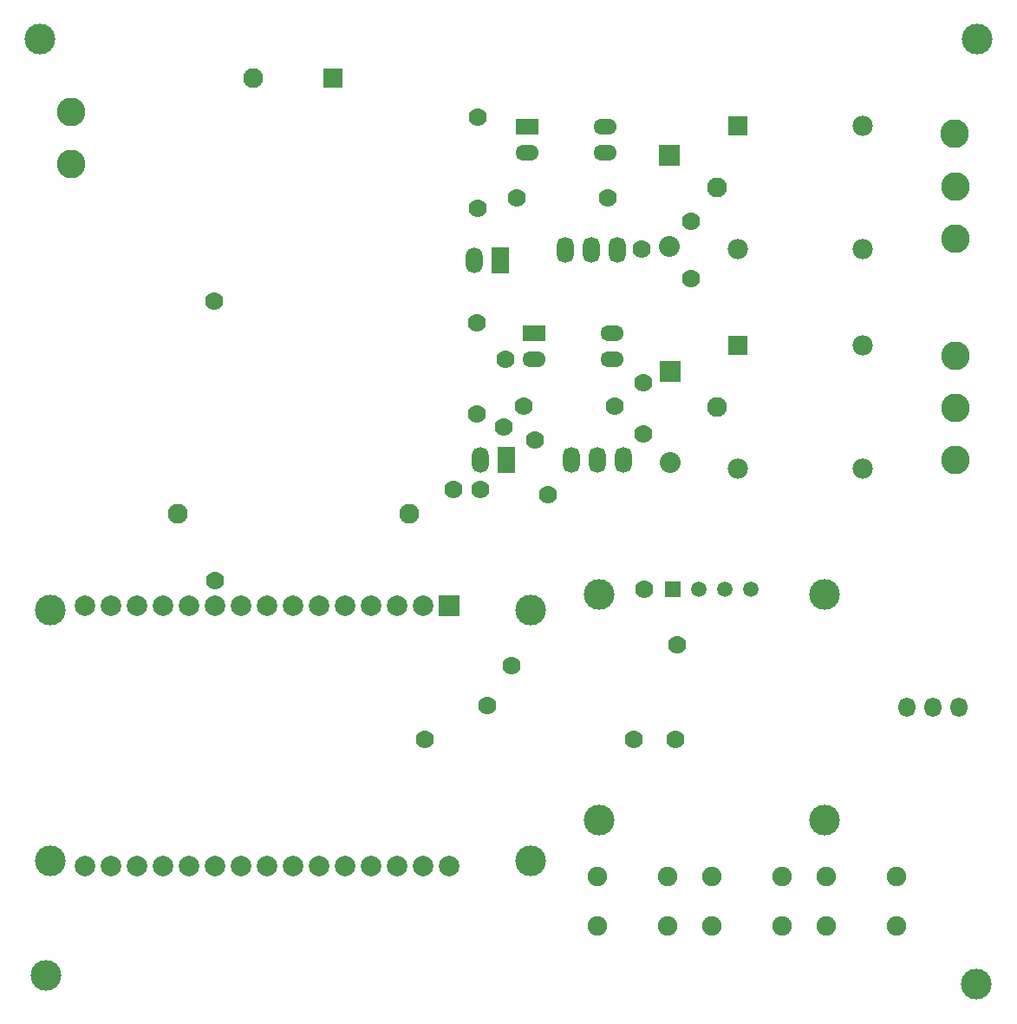
<source format=gbr>
%TF.GenerationSoftware,Altium Limited,Altium Designer,23.10.1 (27)*%
G04 Layer_Color=255*
%FSLAX26Y26*%
%MOIN*%
%TF.SameCoordinates,68AA919C-6303-421A-99F6-747A19599157*%
%TF.FilePolarity,Positive*%
%TF.FileFunction,Pads,Top*%
%TF.Part,Single*%
G01*
G75*
%TA.AperFunction,ComponentPad*%
%ADD12C,0.075000*%
%ADD13R,0.078740X0.078740*%
%ADD14C,0.078740*%
%ADD15C,0.118110*%
%TA.AperFunction,ViaPad*%
%ADD16C,0.070000*%
%TA.AperFunction,ComponentPad*%
%ADD17O,0.065000X0.100000*%
%ADD18R,0.065000X0.100000*%
%ADD19R,0.059370X0.059370*%
%ADD20C,0.059370*%
%ADD21C,0.080000*%
%ADD22R,0.080000X0.080000*%
%ADD23C,0.077953*%
%ADD24C,0.076181*%
%ADD25R,0.077953X0.077953*%
%ADD26O,0.065000X0.075000*%
%ADD27O,0.066000X0.100000*%
%ADD28O,0.090000X0.060000*%
%ADD29R,0.090000X0.060000*%
%ADD30C,0.070000*%
%ADD31C,0.110000*%
%ADD32C,0.076772*%
%ADD33R,0.076772X0.076772*%
%TA.AperFunction,ViaPad*%
%ADD34C,0.118110*%
D12*
X2289000Y355000D02*
D03*
X2560000Y543000D02*
D03*
Y355000D02*
D03*
X2289000Y543000D02*
D03*
X3169000Y355000D02*
D03*
X3440000Y543000D02*
D03*
Y355000D02*
D03*
X3169000Y543000D02*
D03*
X2729000D02*
D03*
X3000000Y355000D02*
D03*
Y543000D02*
D03*
X2729000Y355000D02*
D03*
D13*
X1720826Y1585000D02*
D03*
D14*
X1620826D02*
D03*
X1520826D02*
D03*
X1420826D02*
D03*
X1320826D02*
D03*
X1220826D02*
D03*
X1120826D02*
D03*
X1020826D02*
D03*
X920826D02*
D03*
X820826D02*
D03*
X720826D02*
D03*
X620826D02*
D03*
X520826D02*
D03*
X420826D02*
D03*
X320826D02*
D03*
X1720826Y585000D02*
D03*
X1620826D02*
D03*
X1520826D02*
D03*
X1420826D02*
D03*
X1320826D02*
D03*
X1220826D02*
D03*
X1120826D02*
D03*
X1020826D02*
D03*
X920826D02*
D03*
X820826D02*
D03*
X720826D02*
D03*
X620826D02*
D03*
X520826D02*
D03*
X420826D02*
D03*
X320826D02*
D03*
D15*
X185788Y1568464D02*
D03*
Y603504D02*
D03*
X2034212D02*
D03*
Y1568464D02*
D03*
X2296930Y1628070D02*
D03*
X3163070D02*
D03*
Y761930D02*
D03*
X2296930D02*
D03*
D16*
X815000Y2755000D02*
D03*
X820000Y1680000D02*
D03*
X2430000Y1070000D02*
D03*
X1625000D02*
D03*
X1960000Y1355000D02*
D03*
X1840000Y2030000D02*
D03*
X1735000D02*
D03*
X1865000Y1200000D02*
D03*
X1930000Y2270000D02*
D03*
X1935000Y2530000D02*
D03*
X2100000Y2010000D02*
D03*
X2050000Y2220000D02*
D03*
X2650000Y3060000D02*
D03*
Y2840000D02*
D03*
X2465000Y2245000D02*
D03*
X2460000Y2955000D02*
D03*
X2465000Y2440000D02*
D03*
X2468878Y1648878D02*
D03*
X2595000Y1435000D02*
D03*
X2590000Y1070000D02*
D03*
D17*
X1840000Y2145000D02*
D03*
X1815000Y2910000D02*
D03*
D18*
X1940000Y2145000D02*
D03*
X1915000Y2910000D02*
D03*
D19*
X2580000Y1647756D02*
D03*
D20*
X2680000D02*
D03*
X2780000D02*
D03*
X2880000D02*
D03*
D21*
X2565000Y2965000D02*
D03*
X2570000Y2135000D02*
D03*
D22*
X2565000Y3315000D02*
D03*
X2570000Y2485000D02*
D03*
D23*
X3310158Y2582440D02*
D03*
Y2110000D02*
D03*
X2829842D02*
D03*
Y2953780D02*
D03*
X3310158D02*
D03*
Y3426220D02*
D03*
D24*
X2751102Y2346220D02*
D03*
Y3190000D02*
D03*
D25*
X2829842Y2582440D02*
D03*
Y3426220D02*
D03*
D26*
X3479000Y1195000D02*
D03*
X3580000D02*
D03*
X3678000D02*
D03*
D27*
X2190000Y2145000D02*
D03*
X2290000D02*
D03*
X2390000D02*
D03*
X2165000Y2950000D02*
D03*
X2265000D02*
D03*
X2365000D02*
D03*
D28*
X2320000Y3425000D02*
D03*
Y3325000D02*
D03*
X2020000D02*
D03*
X2045000Y2530000D02*
D03*
X2345000D02*
D03*
Y2630000D02*
D03*
D29*
X2020000Y3425000D02*
D03*
X2045000Y2630000D02*
D03*
D30*
X2005000Y2350000D02*
D03*
X2355000D02*
D03*
X1980000Y3150000D02*
D03*
X2330000D02*
D03*
X1830000Y3460000D02*
D03*
Y3110000D02*
D03*
X1825000Y2320000D02*
D03*
Y2670000D02*
D03*
D31*
X265000Y3280000D02*
D03*
Y3480000D02*
D03*
X3665000Y2545000D02*
D03*
X3667620Y2142380D02*
D03*
Y2342380D02*
D03*
X3662380Y3397620D02*
D03*
X3665000Y2995000D02*
D03*
Y3195000D02*
D03*
D32*
X675118Y1938386D02*
D03*
X1564882D02*
D03*
X966456Y3611614D02*
D03*
D33*
X1273544D02*
D03*
D34*
X170000Y165000D02*
D03*
X145000Y3760000D02*
D03*
X3750000D02*
D03*
X3745000Y130000D02*
D03*
%TF.MD5,6bb037c7f7d0ee83fab452016489a57e*%
M02*

</source>
